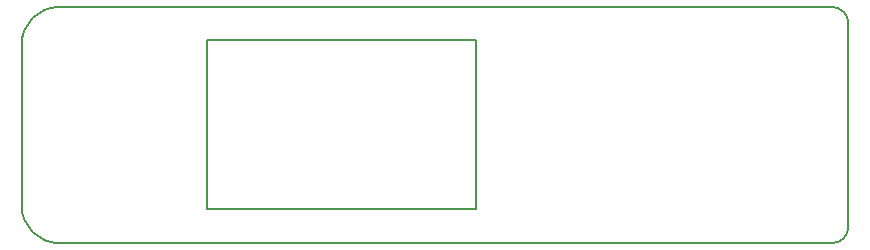
<source format=gbr>
G04 #@! TF.GenerationSoftware,KiCad,Pcbnew,5.1.0-unknown-7e34a5a~82~ubuntu18.04.1*
G04 #@! TF.CreationDate,2019-03-18T01:41:40+01:00*
G04 #@! TF.ProjectId,ATI DNA-C PCB Smart PWM v3,41544920-444e-4412-9d43-205043422053,rev?*
G04 #@! TF.SameCoordinates,Original*
G04 #@! TF.FileFunction,Profile,NP*
%FSLAX46Y46*%
G04 Gerber Fmt 4.6, Leading zero omitted, Abs format (unit mm)*
G04 Created by KiCad (PCBNEW 5.1.0-unknown-7e34a5a~82~ubuntu18.04.1) date 2019-03-18 01:41:40*
%MOMM*%
%LPD*%
G04 APERTURE LIST*
%ADD10C,0.150000*%
G04 APERTURE END LIST*
D10*
X117696100Y-110143600D02*
X183121100Y-110143600D01*
X117696100Y-110143599D02*
G75*
G02X114521100Y-106968600I218J3175218D01*
G01*
X152998100Y-92961600D02*
X130198100Y-92961600D01*
X130198100Y-107221600D02*
X152998100Y-107221600D01*
X152998100Y-107221600D02*
X152998100Y-92961600D01*
X130198100Y-92961600D02*
X130198100Y-107221600D01*
X183121100Y-110143600D02*
X183121100Y-110143600D01*
X114521100Y-93318600D02*
X114521100Y-106968600D01*
X183121100Y-90143599D02*
G75*
G02X184521100Y-91543600I172J-1399828D01*
G01*
X184521100Y-106293600D02*
X184521100Y-91543600D01*
X114521100Y-93318599D02*
G75*
G02X117696100Y-90143600I3175218J-219D01*
G01*
X184521100Y-108743599D02*
G75*
G02X183121100Y-110143600I-1399828J-173D01*
G01*
X184521100Y-108743600D02*
X184521100Y-106293600D01*
X183121100Y-90143600D02*
X117696100Y-90143600D01*
M02*

</source>
